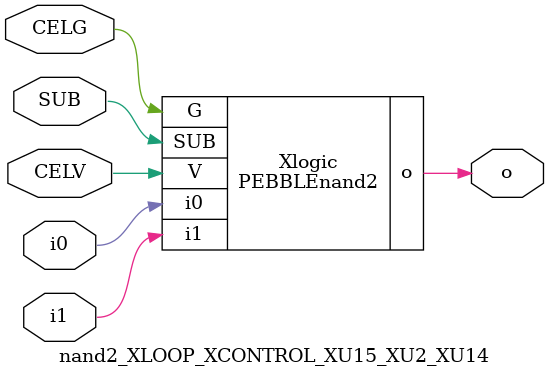
<source format=v>



module PEBBLEnand2 ( o, G, SUB, V, i0, i1 );

  input i0;
  input V;
  input i1;
  input G;
  output o;
  input SUB;
endmodule

//Celera Confidential Do Not Copy nand2_XLOOP_XCONTROL_XU15_XU2_XU14
//Celera Confidential Symbol Generator
//5V NAND2
module nand2_XLOOP_XCONTROL_XU15_XU2_XU14 (CELV,CELG,i0,i1,o,SUB);
input CELV;
input CELG;
input i0;
input i1;
input SUB;
output o;

//Celera Confidential Do Not Copy nand2
PEBBLEnand2 Xlogic(
.V (CELV),
.i0 (i0),
.i1 (i1),
.o (o),
.SUB (SUB),
.G (CELG)
);
//,diesize,PEBBLEnand2

//Celera Confidential Do Not Copy Module End
//Celera Schematic Generator
endmodule

</source>
